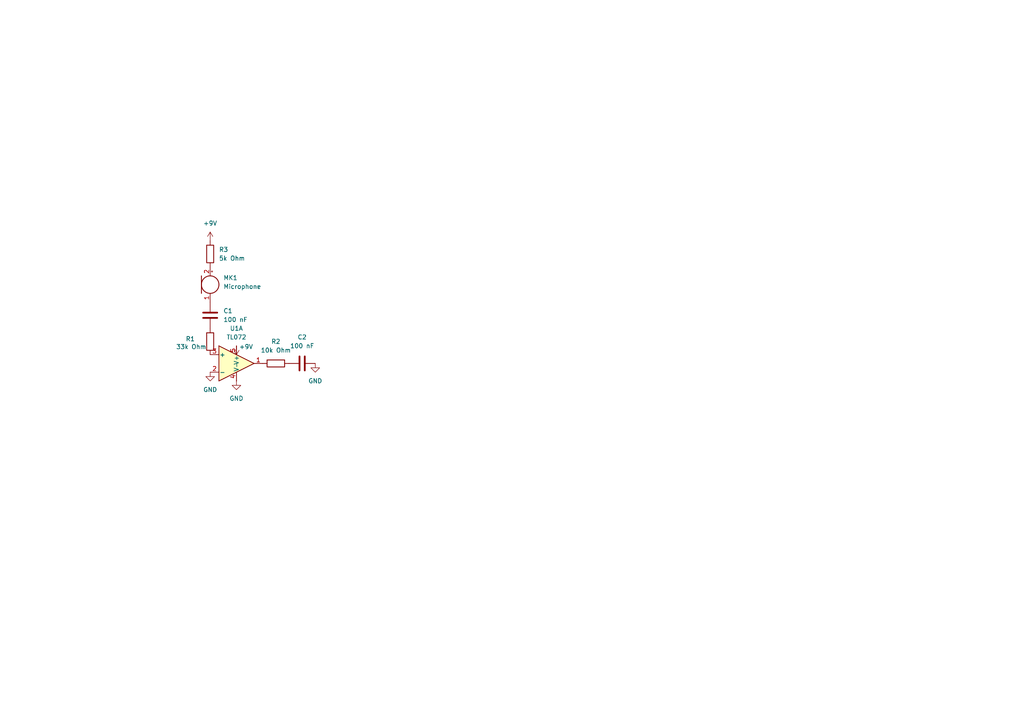
<source format=kicad_sch>
(kicad_sch
	(version 20231120)
	(generator "eeschema")
	(generator_version "8.0")
	(uuid "2750121e-0e9e-4b1c-847d-86b795c11bac")
	(paper "A4")
	(lib_symbols
		(symbol "Amplifier_Operational:TL072"
			(pin_names
				(offset 0.127)
			)
			(exclude_from_sim no)
			(in_bom yes)
			(on_board yes)
			(property "Reference" "U1"
				(at 0 10.16 0)
				(effects
					(font
						(size 1.27 1.27)
					)
				)
			)
			(property "Value" "TL072"
				(at 0 7.62 0)
				(effects
					(font
						(size 1.27 1.27)
					)
				)
			)
			(property "Footprint" ""
				(at 0 0 0)
				(effects
					(font
						(size 1.27 1.27)
					)
				)
			)
			(property "Datasheet" "http://www.ti.com/lit/ds/symlink/tl071.pdf"
				(at 7.874 11.43 0)
				(effects
					(font
						(size 1.27 1.27)
					)
					(hide yes)
				)
			)
			(property "Description" "Dual Low-Noise JFET-Input Operational Amplifiers, DIP-8/SOIC-8"
				(at 4.572 7.366 0)
				(effects
					(font
						(size 1.27 1.27)
					)
					(hide yes)
				)
			)
			(property "ki_locked" ""
				(at 0 0 0)
				(effects
					(font
						(size 1.27 1.27)
					)
				)
			)
			(property "ki_keywords" "dual opamp"
				(at 0 0 0)
				(effects
					(font
						(size 1.27 1.27)
					)
					(hide yes)
				)
			)
			(property "ki_fp_filters" "SOIC*3.9x4.9mm*P1.27mm* DIP*W7.62mm* TO*99* OnSemi*Micro8* TSSOP*3x3mm*P0.65mm* TSSOP*4.4x3mm*P0.65mm* MSOP*3x3mm*P0.65mm* SSOP*3.9x4.9mm*P0.635mm* LFCSP*2x2mm*P0.5mm* *SIP* SOIC*5.3x6.2mm*P1.27mm*"
				(at 0 0 0)
				(effects
					(font
						(size 1.27 1.27)
					)
					(hide yes)
				)
			)
			(symbol "TL072_1_1"
				(polyline
					(pts
						(xy -5.08 5.08) (xy 5.08 0) (xy -5.08 -5.08) (xy -5.08 5.08)
					)
					(stroke
						(width 0.254)
						(type default)
					)
					(fill
						(type background)
					)
				)
				(pin output line
					(at 7.62 0 180)
					(length 2.54)
					(name "~"
						(effects
							(font
								(size 1.27 1.27)
							)
						)
					)
					(number "1"
						(effects
							(font
								(size 1.27 1.27)
							)
						)
					)
				)
				(pin input line
					(at -7.62 -2.54 0)
					(length 2.54)
					(name "-"
						(effects
							(font
								(size 1.27 1.27)
							)
						)
					)
					(number "2"
						(effects
							(font
								(size 1.27 1.27)
							)
						)
					)
				)
				(pin input line
					(at -7.62 2.54 0)
					(length 2.54)
					(name "+"
						(effects
							(font
								(size 1.27 1.27)
							)
						)
					)
					(number "3"
						(effects
							(font
								(size 1.27 1.27)
							)
						)
					)
				)
				(pin power_in line
					(at 0 -5.08 90)
					(length 2.54)
					(name "V-"
						(effects
							(font
								(size 1.27 1.27)
							)
						)
					)
					(number "4"
						(effects
							(font
								(size 1.27 1.27)
							)
						)
					)
				)
				(pin power_in line
					(at 0 5.08 270)
					(length 2.54)
					(name "V+"
						(effects
							(font
								(size 1.27 1.27)
							)
						)
					)
					(number "5"
						(effects
							(font
								(size 1.27 1.27)
							)
						)
					)
				)
			)
			(symbol "TL072_2_1"
				(polyline
					(pts
						(xy -5.08 5.08) (xy 5.08 0) (xy -5.08 -5.08) (xy -5.08 5.08)
					)
					(stroke
						(width 0.254)
						(type default)
					)
					(fill
						(type background)
					)
				)
				(pin input line
					(at -7.62 2.54 0)
					(length 2.54)
					(name "+"
						(effects
							(font
								(size 1.27 1.27)
							)
						)
					)
					(number "5"
						(effects
							(font
								(size 1.27 1.27)
							)
						)
					)
				)
				(pin input line
					(at -7.62 -2.54 0)
					(length 2.54)
					(name "-"
						(effects
							(font
								(size 1.27 1.27)
							)
						)
					)
					(number "6"
						(effects
							(font
								(size 1.27 1.27)
							)
						)
					)
				)
				(pin output line
					(at 7.62 0 180)
					(length 2.54)
					(name "~"
						(effects
							(font
								(size 1.27 1.27)
							)
						)
					)
					(number "7"
						(effects
							(font
								(size 1.27 1.27)
							)
						)
					)
				)
			)
			(symbol "TL072_3_1"
				(pin power_in line
					(at -2.54 -7.62 90)
					(length 3.81)
					(name "V-"
						(effects
							(font
								(size 1.27 1.27)
							)
						)
					)
					(number "4"
						(effects
							(font
								(size 1.27 1.27)
							)
						)
					)
				)
				(pin power_in line
					(at -2.54 7.62 270)
					(length 3.81)
					(name "V+"
						(effects
							(font
								(size 1.27 1.27)
							)
						)
					)
					(number "8"
						(effects
							(font
								(size 1.27 1.27)
							)
						)
					)
				)
			)
		)
		(symbol "Device:C"
			(pin_numbers hide)
			(pin_names
				(offset 0.254)
			)
			(exclude_from_sim no)
			(in_bom yes)
			(on_board yes)
			(property "Reference" "C"
				(at 0.635 2.54 0)
				(effects
					(font
						(size 1.27 1.27)
					)
					(justify left)
				)
			)
			(property "Value" "C"
				(at 0.635 -2.54 0)
				(effects
					(font
						(size 1.27 1.27)
					)
					(justify left)
				)
			)
			(property "Footprint" ""
				(at 0.9652 -3.81 0)
				(effects
					(font
						(size 1.27 1.27)
					)
					(hide yes)
				)
			)
			(property "Datasheet" "~"
				(at 0 0 0)
				(effects
					(font
						(size 1.27 1.27)
					)
					(hide yes)
				)
			)
			(property "Description" "Unpolarized capacitor"
				(at 0 0 0)
				(effects
					(font
						(size 1.27 1.27)
					)
					(hide yes)
				)
			)
			(property "ki_keywords" "cap capacitor"
				(at 0 0 0)
				(effects
					(font
						(size 1.27 1.27)
					)
					(hide yes)
				)
			)
			(property "ki_fp_filters" "C_*"
				(at 0 0 0)
				(effects
					(font
						(size 1.27 1.27)
					)
					(hide yes)
				)
			)
			(symbol "C_0_1"
				(polyline
					(pts
						(xy -2.032 -0.762) (xy 2.032 -0.762)
					)
					(stroke
						(width 0.508)
						(type default)
					)
					(fill
						(type none)
					)
				)
				(polyline
					(pts
						(xy -2.032 0.762) (xy 2.032 0.762)
					)
					(stroke
						(width 0.508)
						(type default)
					)
					(fill
						(type none)
					)
				)
			)
			(symbol "C_1_1"
				(pin passive line
					(at 0 3.81 270)
					(length 2.794)
					(name "~"
						(effects
							(font
								(size 1.27 1.27)
							)
						)
					)
					(number "1"
						(effects
							(font
								(size 1.27 1.27)
							)
						)
					)
				)
				(pin passive line
					(at 0 -3.81 90)
					(length 2.794)
					(name "~"
						(effects
							(font
								(size 1.27 1.27)
							)
						)
					)
					(number "2"
						(effects
							(font
								(size 1.27 1.27)
							)
						)
					)
				)
			)
		)
		(symbol "Device:Microphone"
			(pin_names
				(offset 0.0254) hide)
			(exclude_from_sim no)
			(in_bom yes)
			(on_board yes)
			(property "Reference" "MK"
				(at -3.81 1.27 0)
				(effects
					(font
						(size 1.27 1.27)
					)
					(justify right)
				)
			)
			(property "Value" "Microphone"
				(at -3.81 -0.635 0)
				(effects
					(font
						(size 1.27 1.27)
					)
					(justify right)
				)
			)
			(property "Footprint" ""
				(at 0 2.54 90)
				(effects
					(font
						(size 1.27 1.27)
					)
					(hide yes)
				)
			)
			(property "Datasheet" "~"
				(at 0 2.54 90)
				(effects
					(font
						(size 1.27 1.27)
					)
					(hide yes)
				)
			)
			(property "Description" "Microphone"
				(at 0 0 0)
				(effects
					(font
						(size 1.27 1.27)
					)
					(hide yes)
				)
			)
			(property "ki_keywords" "microphone"
				(at 0 0 0)
				(effects
					(font
						(size 1.27 1.27)
					)
					(hide yes)
				)
			)
			(symbol "Microphone_0_1"
				(polyline
					(pts
						(xy -2.54 2.54) (xy -2.54 -2.54)
					)
					(stroke
						(width 0.254)
						(type default)
					)
					(fill
						(type none)
					)
				)
				(polyline
					(pts
						(xy 0.254 3.81) (xy 0.762 3.81)
					)
					(stroke
						(width 0)
						(type default)
					)
					(fill
						(type none)
					)
				)
				(polyline
					(pts
						(xy 0.508 4.064) (xy 0.508 3.556)
					)
					(stroke
						(width 0)
						(type default)
					)
					(fill
						(type none)
					)
				)
				(circle
					(center 0 0)
					(radius 2.54)
					(stroke
						(width 0.254)
						(type default)
					)
					(fill
						(type none)
					)
				)
			)
			(symbol "Microphone_1_1"
				(pin passive line
					(at 0 -5.08 90)
					(length 2.54)
					(name "-"
						(effects
							(font
								(size 1.27 1.27)
							)
						)
					)
					(number "1"
						(effects
							(font
								(size 1.27 1.27)
							)
						)
					)
				)
				(pin passive line
					(at 0 5.08 270)
					(length 2.54)
					(name "+"
						(effects
							(font
								(size 1.27 1.27)
							)
						)
					)
					(number "2"
						(effects
							(font
								(size 1.27 1.27)
							)
						)
					)
				)
			)
		)
		(symbol "Device:R"
			(pin_numbers hide)
			(pin_names
				(offset 0)
			)
			(exclude_from_sim no)
			(in_bom yes)
			(on_board yes)
			(property "Reference" "R"
				(at 2.032 0 90)
				(effects
					(font
						(size 1.27 1.27)
					)
				)
			)
			(property "Value" "R"
				(at 0 0 90)
				(effects
					(font
						(size 1.27 1.27)
					)
				)
			)
			(property "Footprint" ""
				(at -1.778 0 90)
				(effects
					(font
						(size 1.27 1.27)
					)
					(hide yes)
				)
			)
			(property "Datasheet" "~"
				(at 0 0 0)
				(effects
					(font
						(size 1.27 1.27)
					)
					(hide yes)
				)
			)
			(property "Description" "Resistor"
				(at 0 0 0)
				(effects
					(font
						(size 1.27 1.27)
					)
					(hide yes)
				)
			)
			(property "ki_keywords" "R res resistor"
				(at 0 0 0)
				(effects
					(font
						(size 1.27 1.27)
					)
					(hide yes)
				)
			)
			(property "ki_fp_filters" "R_*"
				(at 0 0 0)
				(effects
					(font
						(size 1.27 1.27)
					)
					(hide yes)
				)
			)
			(symbol "R_0_1"
				(rectangle
					(start -1.016 -2.54)
					(end 1.016 2.54)
					(stroke
						(width 0.254)
						(type default)
					)
					(fill
						(type none)
					)
				)
			)
			(symbol "R_1_1"
				(pin passive line
					(at 0 3.81 270)
					(length 1.27)
					(name "~"
						(effects
							(font
								(size 1.27 1.27)
							)
						)
					)
					(number "1"
						(effects
							(font
								(size 1.27 1.27)
							)
						)
					)
				)
				(pin passive line
					(at 0 -3.81 90)
					(length 1.27)
					(name "~"
						(effects
							(font
								(size 1.27 1.27)
							)
						)
					)
					(number "2"
						(effects
							(font
								(size 1.27 1.27)
							)
						)
					)
				)
			)
		)
		(symbol "power:+9V"
			(power)
			(pin_numbers hide)
			(pin_names
				(offset 0) hide)
			(exclude_from_sim no)
			(in_bom yes)
			(on_board yes)
			(property "Reference" "#PWR"
				(at 0 -3.81 0)
				(effects
					(font
						(size 1.27 1.27)
					)
					(hide yes)
				)
			)
			(property "Value" "+9V"
				(at 0 3.556 0)
				(effects
					(font
						(size 1.27 1.27)
					)
				)
			)
			(property "Footprint" ""
				(at 0 0 0)
				(effects
					(font
						(size 1.27 1.27)
					)
					(hide yes)
				)
			)
			(property "Datasheet" ""
				(at 0 0 0)
				(effects
					(font
						(size 1.27 1.27)
					)
					(hide yes)
				)
			)
			(property "Description" "Power symbol creates a global label with name \"+9V\""
				(at 0 0 0)
				(effects
					(font
						(size 1.27 1.27)
					)
					(hide yes)
				)
			)
			(property "ki_keywords" "global power"
				(at 0 0 0)
				(effects
					(font
						(size 1.27 1.27)
					)
					(hide yes)
				)
			)
			(symbol "+9V_0_1"
				(polyline
					(pts
						(xy -0.762 1.27) (xy 0 2.54)
					)
					(stroke
						(width 0)
						(type default)
					)
					(fill
						(type none)
					)
				)
				(polyline
					(pts
						(xy 0 0) (xy 0 2.54)
					)
					(stroke
						(width 0)
						(type default)
					)
					(fill
						(type none)
					)
				)
				(polyline
					(pts
						(xy 0 2.54) (xy 0.762 1.27)
					)
					(stroke
						(width 0)
						(type default)
					)
					(fill
						(type none)
					)
				)
			)
			(symbol "+9V_1_1"
				(pin power_in line
					(at 0 0 90)
					(length 0)
					(name "~"
						(effects
							(font
								(size 1.27 1.27)
							)
						)
					)
					(number "1"
						(effects
							(font
								(size 1.27 1.27)
							)
						)
					)
				)
			)
		)
		(symbol "power:GND"
			(power)
			(pin_numbers hide)
			(pin_names
				(offset 0) hide)
			(exclude_from_sim no)
			(in_bom yes)
			(on_board yes)
			(property "Reference" "#PWR"
				(at 0 -6.35 0)
				(effects
					(font
						(size 1.27 1.27)
					)
					(hide yes)
				)
			)
			(property "Value" "GND"
				(at 0 -3.81 0)
				(effects
					(font
						(size 1.27 1.27)
					)
				)
			)
			(property "Footprint" ""
				(at 0 0 0)
				(effects
					(font
						(size 1.27 1.27)
					)
					(hide yes)
				)
			)
			(property "Datasheet" ""
				(at 0 0 0)
				(effects
					(font
						(size 1.27 1.27)
					)
					(hide yes)
				)
			)
			(property "Description" "Power symbol creates a global label with name \"GND\" , ground"
				(at 0 0 0)
				(effects
					(font
						(size 1.27 1.27)
					)
					(hide yes)
				)
			)
			(property "ki_keywords" "global power"
				(at 0 0 0)
				(effects
					(font
						(size 1.27 1.27)
					)
					(hide yes)
				)
			)
			(symbol "GND_0_1"
				(polyline
					(pts
						(xy 0 0) (xy 0 -1.27) (xy 1.27 -1.27) (xy 0 -2.54) (xy -1.27 -1.27) (xy 0 -1.27)
					)
					(stroke
						(width 0)
						(type default)
					)
					(fill
						(type none)
					)
				)
			)
			(symbol "GND_1_1"
				(pin power_in line
					(at 0 0 270)
					(length 0)
					(name "~"
						(effects
							(font
								(size 1.27 1.27)
							)
						)
					)
					(number "1"
						(effects
							(font
								(size 1.27 1.27)
							)
						)
					)
				)
			)
		)
	)
	(symbol
		(lib_id "power:GND")
		(at 68.58 110.49 0)
		(unit 1)
		(exclude_from_sim no)
		(in_bom yes)
		(on_board yes)
		(dnp no)
		(fields_autoplaced yes)
		(uuid "16ff80b4-fac8-4dc7-88e4-b49bd23f2100")
		(property "Reference" "#PWR3"
			(at 68.58 116.84 0)
			(effects
				(font
					(size 1.27 1.27)
				)
				(hide yes)
			)
		)
		(property "Value" "GND"
			(at 68.58 115.57 0)
			(effects
				(font
					(size 1.27 1.27)
				)
			)
		)
		(property "Footprint" ""
			(at 68.58 110.49 0)
			(effects
				(font
					(size 1.27 1.27)
				)
				(hide yes)
			)
		)
		(property "Datasheet" ""
			(at 68.58 110.49 0)
			(effects
				(font
					(size 1.27 1.27)
				)
				(hide yes)
			)
		)
		(property "Description" "Power symbol creates a global label with name \"GND\" , ground"
			(at 68.58 110.49 0)
			(effects
				(font
					(size 1.27 1.27)
				)
				(hide yes)
			)
		)
		(pin "1"
			(uuid "083a5896-bf79-4249-9b4d-763fbb46d641")
		)
		(instances
			(project ""
				(path "/2750121e-0e9e-4b1c-847d-86b795c11bac"
					(reference "#PWR3")
					(unit 1)
				)
			)
		)
	)
	(symbol
		(lib_id "power:GND")
		(at 91.44 105.41 0)
		(unit 1)
		(exclude_from_sim no)
		(in_bom yes)
		(on_board yes)
		(dnp no)
		(fields_autoplaced yes)
		(uuid "179d4c22-b2e3-4ebc-9491-b943a3bcbb94")
		(property "Reference" "#PWR1"
			(at 91.44 111.76 0)
			(effects
				(font
					(size 1.27 1.27)
				)
				(hide yes)
			)
		)
		(property "Value" "GND"
			(at 91.44 110.49 0)
			(effects
				(font
					(size 1.27 1.27)
				)
			)
		)
		(property "Footprint" ""
			(at 91.44 105.41 0)
			(effects
				(font
					(size 1.27 1.27)
				)
				(hide yes)
			)
		)
		(property "Datasheet" ""
			(at 91.44 105.41 0)
			(effects
				(font
					(size 1.27 1.27)
				)
				(hide yes)
			)
		)
		(property "Description" "Power symbol creates a global label with name \"GND\" , ground"
			(at 91.44 105.41 0)
			(effects
				(font
					(size 1.27 1.27)
				)
				(hide yes)
			)
		)
		(pin "1"
			(uuid "1dc26ae2-8845-4fd7-98eb-fb4cd2a93a20")
		)
		(instances
			(project ""
				(path "/2750121e-0e9e-4b1c-847d-86b795c11bac"
					(reference "#PWR1")
					(unit 1)
				)
			)
		)
	)
	(symbol
		(lib_id "Device:C")
		(at 60.96 91.44 0)
		(unit 1)
		(exclude_from_sim no)
		(in_bom yes)
		(on_board yes)
		(dnp no)
		(fields_autoplaced yes)
		(uuid "17b66e28-c61a-4a7e-8293-55ffaf38ebb0")
		(property "Reference" "C1"
			(at 64.77 90.1699 0)
			(effects
				(font
					(size 1.27 1.27)
				)
				(justify left)
			)
		)
		(property "Value" "100 nF"
			(at 64.77 92.7099 0)
			(effects
				(font
					(size 1.27 1.27)
				)
				(justify left)
			)
		)
		(property "Footprint" ""
			(at 61.9252 95.25 0)
			(effects
				(font
					(size 1.27 1.27)
				)
			)
		)
		(property "Datasheet" "~"
			(at 60.96 91.44 0)
			(effects
				(font
					(size 1.27 1.27)
				)
				(hide yes)
			)
		)
		(property "Description" "Unpolarized capacitor"
			(at 60.96 91.44 0)
			(effects
				(font
					(size 1.27 1.27)
				)
				(hide yes)
			)
		)
		(pin "2"
			(uuid "d2e21dfa-c5f3-4dfc-80d1-5b715d8ce2b4")
		)
		(pin "1"
			(uuid "6dc7da0f-f73c-47a1-9d0f-a1b9a5eeed54")
		)
		(instances
			(project ""
				(path "/2750121e-0e9e-4b1c-847d-86b795c11bac"
					(reference "C1")
					(unit 1)
				)
			)
		)
	)
	(symbol
		(lib_id "Device:Microphone")
		(at 60.96 82.55 0)
		(unit 1)
		(exclude_from_sim no)
		(in_bom yes)
		(on_board yes)
		(dnp no)
		(uuid "25198f7b-58a9-4712-b8a6-deb64d6d333c")
		(property "Reference" "MK1"
			(at 64.77 80.5814 0)
			(effects
				(font
					(size 1.27 1.27)
				)
				(justify left)
			)
		)
		(property "Value" "Microphone"
			(at 64.77 83.1214 0)
			(effects
				(font
					(size 1.27 1.27)
				)
				(justify left)
			)
		)
		(property "Footprint" ""
			(at 60.96 80.01 90)
			(effects
				(font
					(size 1.27 1.27)
				)
				(hide yes)
			)
		)
		(property "Datasheet" "~"
			(at 60.96 80.01 90)
			(effects
				(font
					(size 1.27 1.27)
				)
				(hide yes)
			)
		)
		(property "Description" "Microphone"
			(at 60.96 82.55 0)
			(effects
				(font
					(size 1.27 1.27)
				)
				(hide yes)
			)
		)
		(pin "2"
			(uuid "60ace31f-3acc-4cb1-98b1-ba9fbfbfcb8d")
		)
		(pin "1"
			(uuid "0c4e8b8b-2587-40f3-a0fd-d25e9ac4ac98")
		)
		(instances
			(project ""
				(path "/2750121e-0e9e-4b1c-847d-86b795c11bac"
					(reference "MK1")
					(unit 1)
				)
			)
		)
	)
	(symbol
		(lib_id "Amplifier_Operational:TL072")
		(at 68.58 105.41 0)
		(unit 1)
		(exclude_from_sim no)
		(in_bom yes)
		(on_board yes)
		(dnp no)
		(fields_autoplaced yes)
		(uuid "30f6b7e3-2573-44c8-8112-2367f746417f")
		(property "Reference" "U1"
			(at 68.58 95.25 0)
			(effects
				(font
					(size 1.27 1.27)
				)
			)
		)
		(property "Value" "TL072"
			(at 68.58 97.79 0)
			(effects
				(font
					(size 1.27 1.27)
				)
			)
		)
		(property "Footprint" ""
			(at 68.58 105.41 0)
			(effects
				(font
					(size 1.27 1.27)
				)
			)
		)
		(property "Datasheet" "http://www.ti.com/lit/ds/symlink/tl071.pdf"
			(at 76.454 93.98 0)
			(effects
				(font
					(size 1.27 1.27)
				)
				(hide yes)
			)
		)
		(property "Description" "Dual Low-Noise JFET-Input Operational Amplifiers, DIP-8/SOIC-8"
			(at 73.152 98.044 0)
			(effects
				(font
					(size 1.27 1.27)
				)
				(hide yes)
			)
		)
		(pin "2"
			(uuid "543ce79d-4a6f-4ef7-856f-8c4361f9d64a")
		)
		(pin "3"
			(uuid "974ee798-6814-4ba9-8d24-90bda33d479d")
		)
		(pin "7"
			(uuid "697fa2be-0169-4bc9-8539-f32b20c46b7d")
		)
		(pin "5"
			(uuid "c287f495-c4c3-4705-978b-b030e0727a2b")
		)
		(pin "8"
			(uuid "705b01dc-4d75-40f6-a623-c660d2b6acef")
		)
		(pin "6"
			(uuid "adf88040-fa9a-47ec-9303-77491b6e1c50")
		)
		(pin "1"
			(uuid "41e92859-26ac-4767-8529-7a0f7fb1e0ca")
		)
		(pin "4"
			(uuid "4b3e51ef-d09a-4203-903b-67491171f958")
		)
		(pin "5"
			(uuid "96766ae8-6380-42fa-a82a-a7c58d83854d")
		)
		(pin "4"
			(uuid "cb45c46d-2b4b-407f-9a09-f535f2b32dcf")
		)
		(instances
			(project ""
				(path "/2750121e-0e9e-4b1c-847d-86b795c11bac"
					(reference "U1")
					(unit 1)
				)
			)
		)
	)
	(symbol
		(lib_id "power:+9V")
		(at 60.96 69.85 0)
		(unit 1)
		(exclude_from_sim no)
		(in_bom yes)
		(on_board yes)
		(dnp no)
		(fields_autoplaced yes)
		(uuid "3236182e-f926-4bb7-b675-21fd9d08a4ef")
		(property "Reference" "#PWR5"
			(at 60.96 73.66 0)
			(effects
				(font
					(size 1.27 1.27)
				)
				(hide yes)
			)
		)
		(property "Value" "+9V"
			(at 60.96 64.77 0)
			(effects
				(font
					(size 1.27 1.27)
				)
			)
		)
		(property "Footprint" ""
			(at 60.96 69.85 0)
			(effects
				(font
					(size 1.27 1.27)
				)
				(hide yes)
			)
		)
		(property "Datasheet" ""
			(at 60.96 69.85 0)
			(effects
				(font
					(size 1.27 1.27)
				)
				(hide yes)
			)
		)
		(property "Description" "Power symbol creates a global label with name \"+9V\""
			(at 60.96 69.85 0)
			(effects
				(font
					(size 1.27 1.27)
				)
				(hide yes)
			)
		)
		(pin "1"
			(uuid "793fc4c4-fa1d-412d-9e35-2010a59850ce")
		)
		(instances
			(project ""
				(path "/2750121e-0e9e-4b1c-847d-86b795c11bac"
					(reference "#PWR5")
					(unit 1)
				)
			)
		)
	)
	(symbol
		(lib_id "power:+9V")
		(at 68.58 100.33 180)
		(unit 1)
		(exclude_from_sim no)
		(in_bom yes)
		(on_board yes)
		(dnp no)
		(uuid "52663548-188e-493a-b119-f2ad12f90a38")
		(property "Reference" "#PWR2"
			(at 68.58 96.52 0)
			(effects
				(font
					(size 1.27 1.27)
				)
				(hide yes)
			)
		)
		(property "Value" "+9V"
			(at 71.374 100.584 0)
			(effects
				(font
					(size 1.27 1.27)
				)
			)
		)
		(property "Footprint" ""
			(at 68.58 100.33 0)
			(effects
				(font
					(size 1.27 1.27)
				)
				(hide yes)
			)
		)
		(property "Datasheet" ""
			(at 68.58 100.33 0)
			(effects
				(font
					(size 1.27 1.27)
				)
				(hide yes)
			)
		)
		(property "Description" "Power symbol creates a global label with name \"+9V\""
			(at 68.58 100.33 0)
			(effects
				(font
					(size 1.27 1.27)
				)
				(hide yes)
			)
		)
		(pin "1"
			(uuid "709914e8-618c-4c39-93a5-9dce83fa5a1d")
		)
		(instances
			(project ""
				(path "/2750121e-0e9e-4b1c-847d-86b795c11bac"
					(reference "#PWR2")
					(unit 1)
				)
			)
		)
	)
	(symbol
		(lib_id "Device:C")
		(at 87.63 105.41 90)
		(unit 1)
		(exclude_from_sim no)
		(in_bom yes)
		(on_board yes)
		(dnp no)
		(fields_autoplaced yes)
		(uuid "58838fe2-47c3-4a6c-9d2e-3dbb14d0be18")
		(property "Reference" "C2"
			(at 87.63 97.79 90)
			(effects
				(font
					(size 1.27 1.27)
				)
			)
		)
		(property "Value" "100 nF"
			(at 87.63 100.33 90)
			(effects
				(font
					(size 1.27 1.27)
				)
			)
		)
		(property "Footprint" ""
			(at 91.44 104.4448 0)
			(effects
				(font
					(size 1.27 1.27)
				)
				(hide yes)
			)
		)
		(property "Datasheet" "~"
			(at 87.63 105.41 0)
			(effects
				(font
					(size 1.27 1.27)
				)
				(hide yes)
			)
		)
		(property "Description" "Unpolarized capacitor"
			(at 87.63 105.41 0)
			(effects
				(font
					(size 1.27 1.27)
				)
				(hide yes)
			)
		)
		(pin "2"
			(uuid "d2e21dfa-c5f3-4dfc-80d1-5b715d8ce2b4")
		)
		(pin "1"
			(uuid "6dc7da0f-f73c-47a1-9d0f-a1b9a5eeed54")
		)
		(instances
			(project ""
				(path "/2750121e-0e9e-4b1c-847d-86b795c11bac"
					(reference "C2")
					(unit 1)
				)
			)
		)
	)
	(symbol
		(lib_id "power:GND")
		(at 60.96 107.95 0)
		(unit 1)
		(exclude_from_sim no)
		(in_bom yes)
		(on_board yes)
		(dnp no)
		(fields_autoplaced yes)
		(uuid "ab6862c4-815c-481c-8489-b86ea56a6634")
		(property "Reference" "#PWR4"
			(at 60.96 114.3 0)
			(effects
				(font
					(size 1.27 1.27)
				)
				(hide yes)
			)
		)
		(property "Value" "GND"
			(at 60.96 113.03 0)
			(effects
				(font
					(size 1.27 1.27)
				)
			)
		)
		(property "Footprint" ""
			(at 60.96 107.95 0)
			(effects
				(font
					(size 1.27 1.27)
				)
				(hide yes)
			)
		)
		(property "Datasheet" ""
			(at 60.96 107.95 0)
			(effects
				(font
					(size 1.27 1.27)
				)
				(hide yes)
			)
		)
		(property "Description" "Power symbol creates a global label with name \"GND\" , ground"
			(at 60.96 107.95 0)
			(effects
				(font
					(size 1.27 1.27)
				)
				(hide yes)
			)
		)
		(pin "1"
			(uuid "083a5896-bf79-4249-9b4d-763fbb46d641")
		)
		(instances
			(project ""
				(path "/2750121e-0e9e-4b1c-847d-86b795c11bac"
					(reference "#PWR4")
					(unit 1)
				)
			)
		)
	)
	(symbol
		(lib_id "Device:R")
		(at 60.96 99.06 0)
		(unit 1)
		(exclude_from_sim no)
		(in_bom no)
		(on_board yes)
		(dnp no)
		(uuid "afb2be3a-bcaf-4846-8264-3928c03d3546")
		(property "Reference" "R1"
			(at 53.848 98.298 0)
			(effects
				(font
					(size 1.27 1.27)
				)
				(justify left)
			)
		)
		(property "Value" "33k Ohm"
			(at 51.054 100.584 0)
			(effects
				(font
					(size 1.27 1.27)
				)
				(justify left)
			)
		)
		(property "Footprint" ""
			(at 59.182 99.06 90)
			(effects
				(font
					(size 1.27 1.27)
				)
				(hide yes)
			)
		)
		(property "Datasheet" "~"
			(at 60.96 99.06 0)
			(effects
				(font
					(size 1.27 1.27)
				)
				(hide yes)
			)
		)
		(property "Description" "Resistor"
			(at 60.96 99.06 0)
			(effects
				(font
					(size 1.27 1.27)
				)
				(hide yes)
			)
		)
		(pin "1"
			(uuid "346700e3-fd80-4f90-bdef-e8e293015775")
		)
		(pin "2"
			(uuid "ade9b949-48ae-403e-a5f0-11d8ffdcb99f")
		)
		(instances
			(project ""
				(path "/2750121e-0e9e-4b1c-847d-86b795c11bac"
					(reference "R1")
					(unit 1)
				)
			)
		)
	)
	(symbol
		(lib_id "Device:R")
		(at 60.96 73.66 0)
		(unit 1)
		(exclude_from_sim no)
		(in_bom yes)
		(on_board yes)
		(dnp no)
		(fields_autoplaced yes)
		(uuid "c57798de-a544-4041-a876-831c496721f0")
		(property "Reference" "R3"
			(at 63.5 72.3899 0)
			(effects
				(font
					(size 1.27 1.27)
				)
				(justify left)
			)
		)
		(property "Value" "5k Ohm"
			(at 63.5 74.9299 0)
			(effects
				(font
					(size 1.27 1.27)
				)
				(justify left)
			)
		)
		(property "Footprint" ""
			(at 59.182 73.66 90)
			(effects
				(font
					(size 1.27 1.27)
				)
				(hide yes)
			)
		)
		(property "Datasheet" "~"
			(at 60.96 73.66 0)
			(effects
				(font
					(size 1.27 1.27)
				)
				(hide yes)
			)
		)
		(property "Description" "Resistor"
			(at 60.96 73.66 0)
			(effects
				(font
					(size 1.27 1.27)
				)
				(hide yes)
			)
		)
		(pin "1"
			(uuid "9584158a-8b35-4214-a11c-9a11e03f9a3d")
		)
		(pin "2"
			(uuid "71739407-ec5d-401a-b921-db32f49a86f3")
		)
		(instances
			(project ""
				(path "/2750121e-0e9e-4b1c-847d-86b795c11bac"
					(reference "R3")
					(unit 1)
				)
			)
		)
	)
	(symbol
		(lib_id "Device:R")
		(at 80.01 105.41 90)
		(unit 1)
		(exclude_from_sim no)
		(in_bom yes)
		(on_board yes)
		(dnp no)
		(fields_autoplaced yes)
		(uuid "dd6e9abf-a98e-401c-8961-3d6480d935c8")
		(property "Reference" "R2"
			(at 80.01 99.06 90)
			(effects
				(font
					(size 1.27 1.27)
				)
			)
		)
		(property "Value" "10k Ohm"
			(at 80.01 101.6 90)
			(effects
				(font
					(size 1.27 1.27)
				)
			)
		)
		(property "Footprint" ""
			(at 80.01 107.188 90)
			(effects
				(font
					(size 1.27 1.27)
				)
				(hide yes)
			)
		)
		(property "Datasheet" "~"
			(at 80.01 105.41 0)
			(effects
				(font
					(size 1.27 1.27)
				)
				(hide yes)
			)
		)
		(property "Description" "Resistor"
			(at 80.01 105.41 0)
			(effects
				(font
					(size 1.27 1.27)
				)
				(hide yes)
			)
		)
		(pin "1"
			(uuid "346700e3-fd80-4f90-bdef-e8e293015775")
		)
		(pin "2"
			(uuid "ade9b949-48ae-403e-a5f0-11d8ffdcb99f")
		)
		(instances
			(project ""
				(path "/2750121e-0e9e-4b1c-847d-86b795c11bac"
					(reference "R2")
					(unit 1)
				)
			)
		)
	)
	(sheet_instances
		(path "/"
			(page "1")
		)
	)
)

</source>
